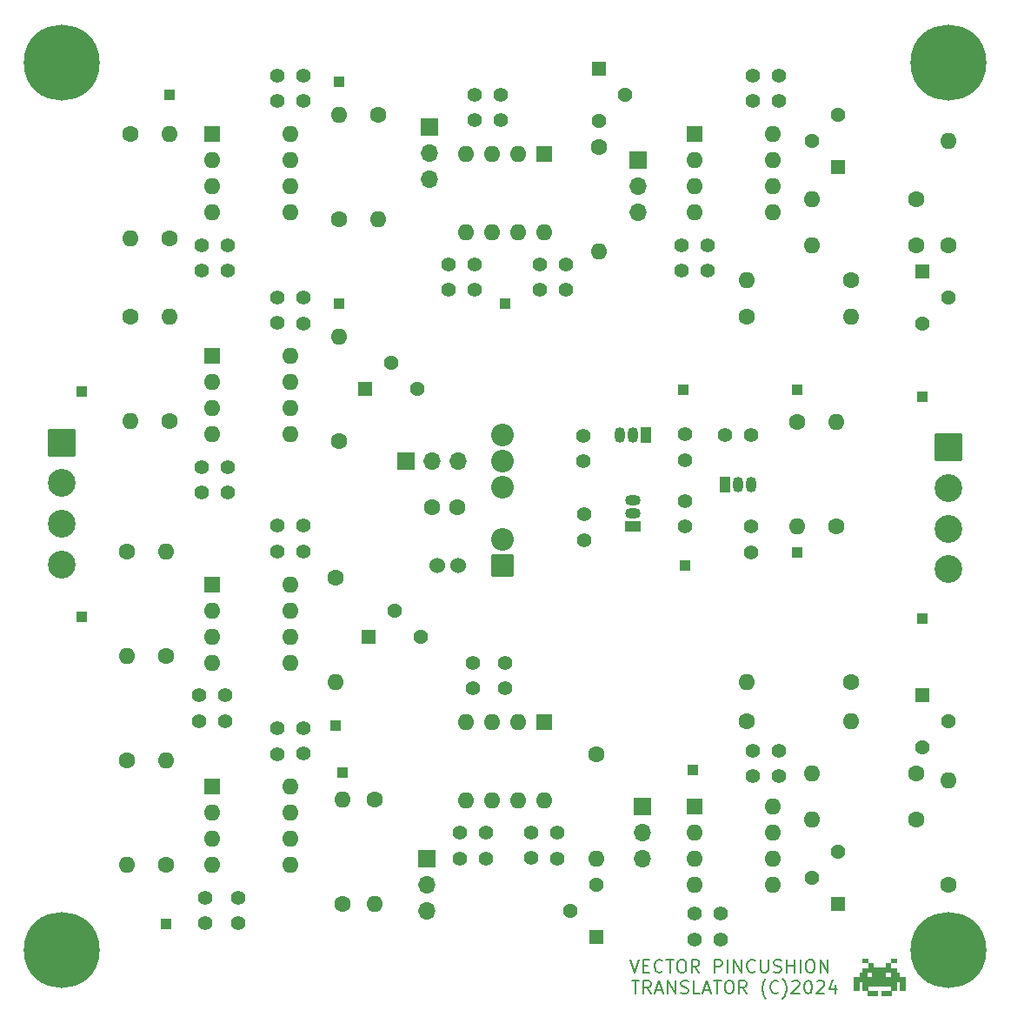
<source format=gbr>
%TF.GenerationSoftware,KiCad,Pcbnew,8.0.3*%
%TF.CreationDate,2024-07-03T16:07:31-06:00*%
%TF.ProjectId,pincushion2,70696e63-7573-4686-996f-6e322e6b6963,rev?*%
%TF.SameCoordinates,Original*%
%TF.FileFunction,Soldermask,Top*%
%TF.FilePolarity,Negative*%
%FSLAX46Y46*%
G04 Gerber Fmt 4.6, Leading zero omitted, Abs format (unit mm)*
G04 Created by KiCad (PCBNEW 8.0.3) date 2024-07-03 16:07:31*
%MOMM*%
%LPD*%
G01*
G04 APERTURE LIST*
G04 Aperture macros list*
%AMRoundRect*
0 Rectangle with rounded corners*
0 $1 Rounding radius*
0 $2 $3 $4 $5 $6 $7 $8 $9 X,Y pos of 4 corners*
0 Add a 4 corners polygon primitive as box body*
4,1,4,$2,$3,$4,$5,$6,$7,$8,$9,$2,$3,0*
0 Add four circle primitives for the rounded corners*
1,1,$1+$1,$2,$3*
1,1,$1+$1,$4,$5*
1,1,$1+$1,$6,$7*
1,1,$1+$1,$8,$9*
0 Add four rect primitives between the rounded corners*
20,1,$1+$1,$2,$3,$4,$5,0*
20,1,$1+$1,$4,$5,$6,$7,0*
20,1,$1+$1,$6,$7,$8,$9,0*
20,1,$1+$1,$8,$9,$2,$3,0*%
G04 Aperture macros list end*
%ADD10C,0.203200*%
%ADD11C,0.000000*%
%ADD12C,1.400000*%
%ADD13RoundRect,0.102000X0.611000X-0.611000X0.611000X0.611000X-0.611000X0.611000X-0.611000X-0.611000X0*%
%ADD14C,1.426000*%
%ADD15R,1.000000X1.000000*%
%ADD16RoundRect,0.102000X-1.250000X1.250000X-1.250000X-1.250000X1.250000X-1.250000X1.250000X1.250000X0*%
%ADD17C,2.704000*%
%ADD18C,1.600000*%
%ADD19O,1.600000X1.600000*%
%ADD20C,0.800000*%
%ADD21C,7.400000*%
%ADD22RoundRect,0.102000X-0.611000X0.611000X-0.611000X-0.611000X0.611000X-0.611000X0.611000X0.611000X0*%
%ADD23R,1.600000X1.600000*%
%ADD24R,1.700000X1.700000*%
%ADD25O,1.700000X1.700000*%
%ADD26RoundRect,0.102000X1.000000X-1.000000X1.000000X1.000000X-1.000000X1.000000X-1.000000X-1.000000X0*%
%ADD27C,2.204000*%
%ADD28R,1.050000X1.500000*%
%ADD29O,1.050000X1.500000*%
%ADD30RoundRect,0.102000X-0.611000X-0.611000X0.611000X-0.611000X0.611000X0.611000X-0.611000X0.611000X0*%
%ADD31C,1.524000*%
%ADD32R,1.500000X1.050000*%
%ADD33O,1.500000X1.050000*%
G04 APERTURE END LIST*
D10*
X83281762Y-115251645D02*
X83705095Y-116521645D01*
X83705095Y-116521645D02*
X84128429Y-115251645D01*
X84551761Y-115856407D02*
X84975095Y-115856407D01*
X85156523Y-116521645D02*
X84551761Y-116521645D01*
X84551761Y-116521645D02*
X84551761Y-115251645D01*
X84551761Y-115251645D02*
X85156523Y-115251645D01*
X86426524Y-116400692D02*
X86366048Y-116461169D01*
X86366048Y-116461169D02*
X86184619Y-116521645D01*
X86184619Y-116521645D02*
X86063667Y-116521645D01*
X86063667Y-116521645D02*
X85882238Y-116461169D01*
X85882238Y-116461169D02*
X85761286Y-116340216D01*
X85761286Y-116340216D02*
X85700809Y-116219264D01*
X85700809Y-116219264D02*
X85640333Y-115977359D01*
X85640333Y-115977359D02*
X85640333Y-115795930D01*
X85640333Y-115795930D02*
X85700809Y-115554026D01*
X85700809Y-115554026D02*
X85761286Y-115433073D01*
X85761286Y-115433073D02*
X85882238Y-115312121D01*
X85882238Y-115312121D02*
X86063667Y-115251645D01*
X86063667Y-115251645D02*
X86184619Y-115251645D01*
X86184619Y-115251645D02*
X86366048Y-115312121D01*
X86366048Y-115312121D02*
X86426524Y-115372597D01*
X86789381Y-115251645D02*
X87515095Y-115251645D01*
X87152238Y-116521645D02*
X87152238Y-115251645D01*
X88180333Y-115251645D02*
X88422238Y-115251645D01*
X88422238Y-115251645D02*
X88543190Y-115312121D01*
X88543190Y-115312121D02*
X88664143Y-115433073D01*
X88664143Y-115433073D02*
X88724619Y-115674978D01*
X88724619Y-115674978D02*
X88724619Y-116098311D01*
X88724619Y-116098311D02*
X88664143Y-116340216D01*
X88664143Y-116340216D02*
X88543190Y-116461169D01*
X88543190Y-116461169D02*
X88422238Y-116521645D01*
X88422238Y-116521645D02*
X88180333Y-116521645D01*
X88180333Y-116521645D02*
X88059381Y-116461169D01*
X88059381Y-116461169D02*
X87938428Y-116340216D01*
X87938428Y-116340216D02*
X87877952Y-116098311D01*
X87877952Y-116098311D02*
X87877952Y-115674978D01*
X87877952Y-115674978D02*
X87938428Y-115433073D01*
X87938428Y-115433073D02*
X88059381Y-115312121D01*
X88059381Y-115312121D02*
X88180333Y-115251645D01*
X89994619Y-116521645D02*
X89571285Y-115916883D01*
X89268904Y-116521645D02*
X89268904Y-115251645D01*
X89268904Y-115251645D02*
X89752714Y-115251645D01*
X89752714Y-115251645D02*
X89873666Y-115312121D01*
X89873666Y-115312121D02*
X89934143Y-115372597D01*
X89934143Y-115372597D02*
X89994619Y-115493549D01*
X89994619Y-115493549D02*
X89994619Y-115674978D01*
X89994619Y-115674978D02*
X89934143Y-115795930D01*
X89934143Y-115795930D02*
X89873666Y-115856407D01*
X89873666Y-115856407D02*
X89752714Y-115916883D01*
X89752714Y-115916883D02*
X89268904Y-115916883D01*
X91506523Y-116521645D02*
X91506523Y-115251645D01*
X91506523Y-115251645D02*
X91990333Y-115251645D01*
X91990333Y-115251645D02*
X92111285Y-115312121D01*
X92111285Y-115312121D02*
X92171762Y-115372597D01*
X92171762Y-115372597D02*
X92232238Y-115493549D01*
X92232238Y-115493549D02*
X92232238Y-115674978D01*
X92232238Y-115674978D02*
X92171762Y-115795930D01*
X92171762Y-115795930D02*
X92111285Y-115856407D01*
X92111285Y-115856407D02*
X91990333Y-115916883D01*
X91990333Y-115916883D02*
X91506523Y-115916883D01*
X92776523Y-116521645D02*
X92776523Y-115251645D01*
X93381285Y-116521645D02*
X93381285Y-115251645D01*
X93381285Y-115251645D02*
X94107000Y-116521645D01*
X94107000Y-116521645D02*
X94107000Y-115251645D01*
X95437476Y-116400692D02*
X95377000Y-116461169D01*
X95377000Y-116461169D02*
X95195571Y-116521645D01*
X95195571Y-116521645D02*
X95074619Y-116521645D01*
X95074619Y-116521645D02*
X94893190Y-116461169D01*
X94893190Y-116461169D02*
X94772238Y-116340216D01*
X94772238Y-116340216D02*
X94711761Y-116219264D01*
X94711761Y-116219264D02*
X94651285Y-115977359D01*
X94651285Y-115977359D02*
X94651285Y-115795930D01*
X94651285Y-115795930D02*
X94711761Y-115554026D01*
X94711761Y-115554026D02*
X94772238Y-115433073D01*
X94772238Y-115433073D02*
X94893190Y-115312121D01*
X94893190Y-115312121D02*
X95074619Y-115251645D01*
X95074619Y-115251645D02*
X95195571Y-115251645D01*
X95195571Y-115251645D02*
X95377000Y-115312121D01*
X95377000Y-115312121D02*
X95437476Y-115372597D01*
X95981761Y-115251645D02*
X95981761Y-116279740D01*
X95981761Y-116279740D02*
X96042238Y-116400692D01*
X96042238Y-116400692D02*
X96102714Y-116461169D01*
X96102714Y-116461169D02*
X96223666Y-116521645D01*
X96223666Y-116521645D02*
X96465571Y-116521645D01*
X96465571Y-116521645D02*
X96586523Y-116461169D01*
X96586523Y-116461169D02*
X96647000Y-116400692D01*
X96647000Y-116400692D02*
X96707476Y-116279740D01*
X96707476Y-116279740D02*
X96707476Y-115251645D01*
X97251761Y-116461169D02*
X97433190Y-116521645D01*
X97433190Y-116521645D02*
X97735571Y-116521645D01*
X97735571Y-116521645D02*
X97856523Y-116461169D01*
X97856523Y-116461169D02*
X97916999Y-116400692D01*
X97916999Y-116400692D02*
X97977476Y-116279740D01*
X97977476Y-116279740D02*
X97977476Y-116158788D01*
X97977476Y-116158788D02*
X97916999Y-116037835D01*
X97916999Y-116037835D02*
X97856523Y-115977359D01*
X97856523Y-115977359D02*
X97735571Y-115916883D01*
X97735571Y-115916883D02*
X97493666Y-115856407D01*
X97493666Y-115856407D02*
X97372714Y-115795930D01*
X97372714Y-115795930D02*
X97312237Y-115735454D01*
X97312237Y-115735454D02*
X97251761Y-115614502D01*
X97251761Y-115614502D02*
X97251761Y-115493549D01*
X97251761Y-115493549D02*
X97312237Y-115372597D01*
X97312237Y-115372597D02*
X97372714Y-115312121D01*
X97372714Y-115312121D02*
X97493666Y-115251645D01*
X97493666Y-115251645D02*
X97796047Y-115251645D01*
X97796047Y-115251645D02*
X97977476Y-115312121D01*
X98521761Y-116521645D02*
X98521761Y-115251645D01*
X98521761Y-115856407D02*
X99247476Y-115856407D01*
X99247476Y-116521645D02*
X99247476Y-115251645D01*
X99852237Y-116521645D02*
X99852237Y-115251645D01*
X100698904Y-115251645D02*
X100940809Y-115251645D01*
X100940809Y-115251645D02*
X101061761Y-115312121D01*
X101061761Y-115312121D02*
X101182714Y-115433073D01*
X101182714Y-115433073D02*
X101243190Y-115674978D01*
X101243190Y-115674978D02*
X101243190Y-116098311D01*
X101243190Y-116098311D02*
X101182714Y-116340216D01*
X101182714Y-116340216D02*
X101061761Y-116461169D01*
X101061761Y-116461169D02*
X100940809Y-116521645D01*
X100940809Y-116521645D02*
X100698904Y-116521645D01*
X100698904Y-116521645D02*
X100577952Y-116461169D01*
X100577952Y-116461169D02*
X100456999Y-116340216D01*
X100456999Y-116340216D02*
X100396523Y-116098311D01*
X100396523Y-116098311D02*
X100396523Y-115674978D01*
X100396523Y-115674978D02*
X100456999Y-115433073D01*
X100456999Y-115433073D02*
X100577952Y-115312121D01*
X100577952Y-115312121D02*
X100698904Y-115251645D01*
X101787475Y-116521645D02*
X101787475Y-115251645D01*
X101787475Y-115251645D02*
X102513190Y-116521645D01*
X102513190Y-116521645D02*
X102513190Y-115251645D01*
X83432952Y-117296274D02*
X84158666Y-117296274D01*
X83795809Y-118566274D02*
X83795809Y-117296274D01*
X85307714Y-118566274D02*
X84884380Y-117961512D01*
X84581999Y-118566274D02*
X84581999Y-117296274D01*
X84581999Y-117296274D02*
X85065809Y-117296274D01*
X85065809Y-117296274D02*
X85186761Y-117356750D01*
X85186761Y-117356750D02*
X85247238Y-117417226D01*
X85247238Y-117417226D02*
X85307714Y-117538178D01*
X85307714Y-117538178D02*
X85307714Y-117719607D01*
X85307714Y-117719607D02*
X85247238Y-117840559D01*
X85247238Y-117840559D02*
X85186761Y-117901036D01*
X85186761Y-117901036D02*
X85065809Y-117961512D01*
X85065809Y-117961512D02*
X84581999Y-117961512D01*
X85791523Y-118203417D02*
X86396285Y-118203417D01*
X85670571Y-118566274D02*
X86093904Y-117296274D01*
X86093904Y-117296274D02*
X86517238Y-118566274D01*
X86940570Y-118566274D02*
X86940570Y-117296274D01*
X86940570Y-117296274D02*
X87666285Y-118566274D01*
X87666285Y-118566274D02*
X87666285Y-117296274D01*
X88210570Y-118505798D02*
X88391999Y-118566274D01*
X88391999Y-118566274D02*
X88694380Y-118566274D01*
X88694380Y-118566274D02*
X88815332Y-118505798D01*
X88815332Y-118505798D02*
X88875808Y-118445321D01*
X88875808Y-118445321D02*
X88936285Y-118324369D01*
X88936285Y-118324369D02*
X88936285Y-118203417D01*
X88936285Y-118203417D02*
X88875808Y-118082464D01*
X88875808Y-118082464D02*
X88815332Y-118021988D01*
X88815332Y-118021988D02*
X88694380Y-117961512D01*
X88694380Y-117961512D02*
X88452475Y-117901036D01*
X88452475Y-117901036D02*
X88331523Y-117840559D01*
X88331523Y-117840559D02*
X88271046Y-117780083D01*
X88271046Y-117780083D02*
X88210570Y-117659131D01*
X88210570Y-117659131D02*
X88210570Y-117538178D01*
X88210570Y-117538178D02*
X88271046Y-117417226D01*
X88271046Y-117417226D02*
X88331523Y-117356750D01*
X88331523Y-117356750D02*
X88452475Y-117296274D01*
X88452475Y-117296274D02*
X88754856Y-117296274D01*
X88754856Y-117296274D02*
X88936285Y-117356750D01*
X90085332Y-118566274D02*
X89480570Y-118566274D01*
X89480570Y-118566274D02*
X89480570Y-117296274D01*
X90448189Y-118203417D02*
X91052951Y-118203417D01*
X90327237Y-118566274D02*
X90750570Y-117296274D01*
X90750570Y-117296274D02*
X91173904Y-118566274D01*
X91415808Y-117296274D02*
X92141522Y-117296274D01*
X91778665Y-118566274D02*
X91778665Y-117296274D01*
X92806760Y-117296274D02*
X93048665Y-117296274D01*
X93048665Y-117296274D02*
X93169617Y-117356750D01*
X93169617Y-117356750D02*
X93290570Y-117477702D01*
X93290570Y-117477702D02*
X93351046Y-117719607D01*
X93351046Y-117719607D02*
X93351046Y-118142940D01*
X93351046Y-118142940D02*
X93290570Y-118384845D01*
X93290570Y-118384845D02*
X93169617Y-118505798D01*
X93169617Y-118505798D02*
X93048665Y-118566274D01*
X93048665Y-118566274D02*
X92806760Y-118566274D01*
X92806760Y-118566274D02*
X92685808Y-118505798D01*
X92685808Y-118505798D02*
X92564855Y-118384845D01*
X92564855Y-118384845D02*
X92504379Y-118142940D01*
X92504379Y-118142940D02*
X92504379Y-117719607D01*
X92504379Y-117719607D02*
X92564855Y-117477702D01*
X92564855Y-117477702D02*
X92685808Y-117356750D01*
X92685808Y-117356750D02*
X92806760Y-117296274D01*
X94621046Y-118566274D02*
X94197712Y-117961512D01*
X93895331Y-118566274D02*
X93895331Y-117296274D01*
X93895331Y-117296274D02*
X94379141Y-117296274D01*
X94379141Y-117296274D02*
X94500093Y-117356750D01*
X94500093Y-117356750D02*
X94560570Y-117417226D01*
X94560570Y-117417226D02*
X94621046Y-117538178D01*
X94621046Y-117538178D02*
X94621046Y-117719607D01*
X94621046Y-117719607D02*
X94560570Y-117840559D01*
X94560570Y-117840559D02*
X94500093Y-117901036D01*
X94500093Y-117901036D02*
X94379141Y-117961512D01*
X94379141Y-117961512D02*
X93895331Y-117961512D01*
X96495808Y-119050083D02*
X96435331Y-118989607D01*
X96435331Y-118989607D02*
X96314379Y-118808178D01*
X96314379Y-118808178D02*
X96253903Y-118687226D01*
X96253903Y-118687226D02*
X96193427Y-118505798D01*
X96193427Y-118505798D02*
X96132950Y-118203417D01*
X96132950Y-118203417D02*
X96132950Y-117961512D01*
X96132950Y-117961512D02*
X96193427Y-117659131D01*
X96193427Y-117659131D02*
X96253903Y-117477702D01*
X96253903Y-117477702D02*
X96314379Y-117356750D01*
X96314379Y-117356750D02*
X96435331Y-117175321D01*
X96435331Y-117175321D02*
X96495808Y-117114845D01*
X97705332Y-118445321D02*
X97644856Y-118505798D01*
X97644856Y-118505798D02*
X97463427Y-118566274D01*
X97463427Y-118566274D02*
X97342475Y-118566274D01*
X97342475Y-118566274D02*
X97161046Y-118505798D01*
X97161046Y-118505798D02*
X97040094Y-118384845D01*
X97040094Y-118384845D02*
X96979617Y-118263893D01*
X96979617Y-118263893D02*
X96919141Y-118021988D01*
X96919141Y-118021988D02*
X96919141Y-117840559D01*
X96919141Y-117840559D02*
X96979617Y-117598655D01*
X96979617Y-117598655D02*
X97040094Y-117477702D01*
X97040094Y-117477702D02*
X97161046Y-117356750D01*
X97161046Y-117356750D02*
X97342475Y-117296274D01*
X97342475Y-117296274D02*
X97463427Y-117296274D01*
X97463427Y-117296274D02*
X97644856Y-117356750D01*
X97644856Y-117356750D02*
X97705332Y-117417226D01*
X98128665Y-119050083D02*
X98189141Y-118989607D01*
X98189141Y-118989607D02*
X98310094Y-118808178D01*
X98310094Y-118808178D02*
X98370570Y-118687226D01*
X98370570Y-118687226D02*
X98431046Y-118505798D01*
X98431046Y-118505798D02*
X98491522Y-118203417D01*
X98491522Y-118203417D02*
X98491522Y-117961512D01*
X98491522Y-117961512D02*
X98431046Y-117659131D01*
X98431046Y-117659131D02*
X98370570Y-117477702D01*
X98370570Y-117477702D02*
X98310094Y-117356750D01*
X98310094Y-117356750D02*
X98189141Y-117175321D01*
X98189141Y-117175321D02*
X98128665Y-117114845D01*
X99035808Y-117417226D02*
X99096284Y-117356750D01*
X99096284Y-117356750D02*
X99217237Y-117296274D01*
X99217237Y-117296274D02*
X99519618Y-117296274D01*
X99519618Y-117296274D02*
X99640570Y-117356750D01*
X99640570Y-117356750D02*
X99701046Y-117417226D01*
X99701046Y-117417226D02*
X99761523Y-117538178D01*
X99761523Y-117538178D02*
X99761523Y-117659131D01*
X99761523Y-117659131D02*
X99701046Y-117840559D01*
X99701046Y-117840559D02*
X98975332Y-118566274D01*
X98975332Y-118566274D02*
X99761523Y-118566274D01*
X100547713Y-117296274D02*
X100668666Y-117296274D01*
X100668666Y-117296274D02*
X100789618Y-117356750D01*
X100789618Y-117356750D02*
X100850094Y-117417226D01*
X100850094Y-117417226D02*
X100910570Y-117538178D01*
X100910570Y-117538178D02*
X100971047Y-117780083D01*
X100971047Y-117780083D02*
X100971047Y-118082464D01*
X100971047Y-118082464D02*
X100910570Y-118324369D01*
X100910570Y-118324369D02*
X100850094Y-118445321D01*
X100850094Y-118445321D02*
X100789618Y-118505798D01*
X100789618Y-118505798D02*
X100668666Y-118566274D01*
X100668666Y-118566274D02*
X100547713Y-118566274D01*
X100547713Y-118566274D02*
X100426761Y-118505798D01*
X100426761Y-118505798D02*
X100366285Y-118445321D01*
X100366285Y-118445321D02*
X100305808Y-118324369D01*
X100305808Y-118324369D02*
X100245332Y-118082464D01*
X100245332Y-118082464D02*
X100245332Y-117780083D01*
X100245332Y-117780083D02*
X100305808Y-117538178D01*
X100305808Y-117538178D02*
X100366285Y-117417226D01*
X100366285Y-117417226D02*
X100426761Y-117356750D01*
X100426761Y-117356750D02*
X100547713Y-117296274D01*
X101454856Y-117417226D02*
X101515332Y-117356750D01*
X101515332Y-117356750D02*
X101636285Y-117296274D01*
X101636285Y-117296274D02*
X101938666Y-117296274D01*
X101938666Y-117296274D02*
X102059618Y-117356750D01*
X102059618Y-117356750D02*
X102120094Y-117417226D01*
X102120094Y-117417226D02*
X102180571Y-117538178D01*
X102180571Y-117538178D02*
X102180571Y-117659131D01*
X102180571Y-117659131D02*
X102120094Y-117840559D01*
X102120094Y-117840559D02*
X101394380Y-118566274D01*
X101394380Y-118566274D02*
X102180571Y-118566274D01*
X103269142Y-117719607D02*
X103269142Y-118566274D01*
X102966761Y-117235798D02*
X102664380Y-118142940D01*
X102664380Y-118142940D02*
X103450571Y-118142940D01*
D11*
%TO.C,G\u002A\u002A\u002A*%
G36*
X106513328Y-115611918D02*
G01*
X105909517Y-115611918D01*
X105909517Y-115157811D01*
X106513328Y-115157811D01*
X106513328Y-115611918D01*
G37*
G36*
X109242955Y-115611918D02*
G01*
X108639143Y-115611918D01*
X108639143Y-115157811D01*
X109242955Y-115157811D01*
X109242955Y-115611918D01*
G37*
G36*
X106968631Y-115837723D02*
G01*
X106969929Y-116063529D01*
X108182542Y-116063529D01*
X108183841Y-115837723D01*
X108185139Y-115611918D01*
X108639143Y-115611918D01*
X108639143Y-116066024D01*
X109242955Y-116066024D01*
X109242955Y-116519983D01*
X109544861Y-116522625D01*
X109546159Y-116748391D01*
X109547457Y-116974158D01*
X109848065Y-116975444D01*
X110148672Y-116976731D01*
X110149937Y-117659177D01*
X110151203Y-118341622D01*
X109850527Y-118340336D01*
X109549851Y-118339049D01*
X109544861Y-117430837D01*
X109405136Y-117429437D01*
X109368254Y-117429167D01*
X109334215Y-117429107D01*
X109304420Y-117429243D01*
X109280270Y-117429564D01*
X109263166Y-117430058D01*
X109254510Y-117430711D01*
X109254183Y-117430780D01*
X109242955Y-117433522D01*
X109242955Y-118341544D01*
X108788950Y-118341544D01*
X108787652Y-118567350D01*
X108786354Y-118793155D01*
X107728436Y-118793155D01*
X107727138Y-118567376D01*
X107725839Y-118341597D01*
X108181244Y-118340323D01*
X108636648Y-118339049D01*
X108637947Y-118113244D01*
X108639245Y-117887438D01*
X106513226Y-117887438D01*
X106514525Y-118113244D01*
X106515823Y-118339049D01*
X106971228Y-118340323D01*
X107426632Y-118341597D01*
X107425334Y-118567376D01*
X107424035Y-118793155D01*
X106897179Y-118794426D01*
X106825500Y-118794567D01*
X106756635Y-118794642D01*
X106691239Y-118794654D01*
X106629967Y-118794604D01*
X106573476Y-118794496D01*
X106522420Y-118794332D01*
X106477457Y-118794114D01*
X106439240Y-118793846D01*
X106408427Y-118793529D01*
X106385673Y-118793166D01*
X106371634Y-118792760D01*
X106366972Y-118792346D01*
X106366280Y-118786814D01*
X106365636Y-118772320D01*
X106365055Y-118749880D01*
X106364553Y-118720514D01*
X106364144Y-118685239D01*
X106363843Y-118645072D01*
X106363666Y-118601031D01*
X106363623Y-118565271D01*
X106363623Y-118341544D01*
X105909517Y-118341544D01*
X105909517Y-117433522D01*
X105898289Y-117430780D01*
X105890492Y-117430112D01*
X105874118Y-117429603D01*
X105850566Y-117429266D01*
X105821239Y-117429111D01*
X105787537Y-117429153D01*
X105750862Y-117429403D01*
X105747336Y-117429437D01*
X105607611Y-117430837D01*
X105602621Y-118339049D01*
X105301945Y-118340336D01*
X105001269Y-118341622D01*
X105002534Y-117659177D01*
X105003800Y-116976731D01*
X105304407Y-116975444D01*
X105586781Y-116974236D01*
X106363521Y-116974236D01*
X106817729Y-116974236D01*
X108184936Y-116974236D01*
X108639143Y-116974236D01*
X108639143Y-116525310D01*
X108627916Y-116522581D01*
X108620662Y-116522035D01*
X108604519Y-116521589D01*
X108580578Y-116521249D01*
X108549931Y-116521023D01*
X108513668Y-116520917D01*
X108472880Y-116520936D01*
X108428659Y-116521089D01*
X108402110Y-116521239D01*
X108187532Y-116522625D01*
X108186234Y-116748430D01*
X108184936Y-116974236D01*
X106817729Y-116974236D01*
X106817729Y-116520028D01*
X106591923Y-116521326D01*
X106366118Y-116522625D01*
X106364819Y-116748430D01*
X106363521Y-116974236D01*
X105586781Y-116974236D01*
X105605014Y-116974158D01*
X105606313Y-116748391D01*
X105607611Y-116522625D01*
X105909517Y-116519983D01*
X105909517Y-116066024D01*
X106513328Y-116066024D01*
X106513328Y-115611918D01*
X106967332Y-115611918D01*
X106968631Y-115837723D01*
G37*
%TD*%
D12*
%TO.C,C36*%
X92543100Y-64208800D03*
X95043100Y-64208800D03*
%TD*%
%TO.C,C7*%
X77022800Y-50099200D03*
X77022800Y-47599200D03*
%TD*%
D13*
%TO.C,VR4*%
X103505000Y-38100000D03*
D14*
X100965000Y-35560000D03*
X103505000Y-33020000D03*
%TD*%
D15*
%TO.C,TP13*%
X88468200Y-59763800D03*
%TD*%
D12*
%TO.C,C30*%
X89525000Y-113312144D03*
X89525000Y-110812144D03*
%TD*%
D16*
%TO.C,J7*%
X114300000Y-65405000D03*
D17*
X114300000Y-69365000D03*
X114300000Y-73325000D03*
X114300000Y-77285000D03*
%TD*%
D18*
%TO.C,R9*%
X34554000Y-52695000D03*
D19*
X34554000Y-62855000D03*
%TD*%
D12*
%TO.C,C11*%
X44079000Y-69820000D03*
X44079000Y-67320000D03*
%TD*%
D20*
%TO.C,H1*%
X25165000Y-27940000D03*
X25977779Y-25977779D03*
X25977779Y-29902221D03*
X27940000Y-25165000D03*
D21*
X27940000Y-27940000D03*
D20*
X27940000Y-30715000D03*
X29902221Y-25977779D03*
X29902221Y-29902221D03*
X30715000Y-27940000D03*
%TD*%
%TO.C,H3*%
X25165000Y-114300000D03*
X25977779Y-112337779D03*
X25977779Y-116262221D03*
X27940000Y-111525000D03*
D21*
X27940000Y-114300000D03*
D20*
X27940000Y-117075000D03*
X29902221Y-112337779D03*
X29902221Y-116262221D03*
X30715000Y-114300000D03*
%TD*%
D18*
%TO.C,R15*%
X58420000Y-99695000D03*
D19*
X58420000Y-109855000D03*
%TD*%
D18*
%TO.C,R21*%
X54610000Y-78105000D03*
D19*
X54610000Y-88265000D03*
%TD*%
D12*
%TO.C,C38*%
X68132800Y-31089200D03*
X68132800Y-33589200D03*
%TD*%
%TO.C,C34*%
X78740000Y-64256600D03*
X78740000Y-66756600D03*
%TD*%
%TO.C,C23*%
X76200000Y-102930000D03*
X76200000Y-105430000D03*
%TD*%
D15*
%TO.C,TP2*%
X54874000Y-29835000D03*
%TD*%
D18*
%TO.C,R7*%
X94615000Y-52705000D03*
D19*
X104775000Y-52705000D03*
%TD*%
D12*
%TO.C,C43*%
X88620600Y-70632000D03*
X88620600Y-73132000D03*
%TD*%
D22*
%TO.C,VR1*%
X111760000Y-48260000D03*
D14*
X114300000Y-50800000D03*
X111760000Y-53340000D03*
%TD*%
D18*
%TO.C,R28*%
X103318100Y-73098800D03*
D19*
X103318100Y-62938800D03*
%TD*%
%TO.C,IC1*%
X74920000Y-44460000D03*
X72380000Y-44460000D03*
X69840000Y-44460000D03*
X67300000Y-44460000D03*
X67300000Y-36840000D03*
X69840000Y-36840000D03*
X72380000Y-36840000D03*
D23*
X74920000Y-36840000D03*
%TD*%
D12*
%TO.C,C22*%
X97790000Y-97417144D03*
X97790000Y-94917144D03*
%TD*%
D24*
%TO.C,J3*%
X63500000Y-105410000D03*
D25*
X63500000Y-107950000D03*
X63500000Y-110490000D03*
%TD*%
D12*
%TO.C,C24*%
X73660000Y-102890000D03*
X73660000Y-105390000D03*
%TD*%
D15*
%TO.C,TP14*%
X99508100Y-75638800D03*
%TD*%
D12*
%TO.C,C4*%
X51435000Y-53350000D03*
X51435000Y-50850000D03*
%TD*%
D18*
%TO.C,R22*%
X34290000Y-75565000D03*
D19*
X34290000Y-85725000D03*
%TD*%
D12*
%TO.C,C39*%
X70672800Y-31089200D03*
X70672800Y-33589200D03*
%TD*%
D18*
%TO.C,R2*%
X58684000Y-33010000D03*
D19*
X58684000Y-43170000D03*
%TD*%
D18*
%TO.C,R19*%
X55245000Y-109855000D03*
D19*
X55245000Y-99695000D03*
%TD*%
D15*
%TO.C,TP1*%
X38364000Y-31105000D03*
%TD*%
D23*
%TO.C,U4*%
X42545000Y-98435000D03*
D19*
X42545000Y-100975000D03*
X42545000Y-103515000D03*
X42545000Y-106055000D03*
X50165000Y-106055000D03*
X50165000Y-103515000D03*
X50165000Y-100975000D03*
X50165000Y-98435000D03*
%TD*%
D18*
%TO.C,R25*%
X111125000Y-97155000D03*
D19*
X100965000Y-97155000D03*
%TD*%
D23*
%TO.C,U5*%
X42555000Y-78750000D03*
D19*
X42555000Y-81290000D03*
X42555000Y-83830000D03*
X42555000Y-86370000D03*
X50175000Y-86370000D03*
X50175000Y-83830000D03*
X50175000Y-81290000D03*
X50175000Y-78750000D03*
%TD*%
D15*
%TO.C,TP7*%
X38100000Y-111760000D03*
%TD*%
D12*
%TO.C,C14*%
X88265000Y-48240000D03*
X88265000Y-45740000D03*
%TD*%
%TO.C,C12*%
X41539000Y-69820000D03*
X41539000Y-67320000D03*
%TD*%
D15*
%TO.C,TP12*%
X111760000Y-82072000D03*
%TD*%
%TO.C,TP10*%
X54610000Y-92456000D03*
%TD*%
D23*
%TO.C,IC2*%
X74920000Y-92125000D03*
D19*
X72380000Y-92125000D03*
X69840000Y-92125000D03*
X67300000Y-92125000D03*
X67300000Y-99745000D03*
X69840000Y-99745000D03*
X72380000Y-99745000D03*
X74920000Y-99745000D03*
%TD*%
D26*
%TO.C,PS1*%
X70866000Y-76936600D03*
D27*
X70866000Y-74396600D03*
X70866000Y-69316600D03*
X70866000Y-66776600D03*
X70866000Y-64236600D03*
%TD*%
D12*
%TO.C,C6*%
X97790000Y-31730000D03*
X97790000Y-29230000D03*
%TD*%
%TO.C,C40*%
X67945000Y-88860000D03*
X67945000Y-86360000D03*
%TD*%
D18*
%TO.C,R20*%
X94615000Y-92075000D03*
D19*
X104775000Y-92075000D03*
%TD*%
D18*
%TO.C,R17*%
X104775000Y-88265000D03*
D19*
X94615000Y-88265000D03*
%TD*%
D13*
%TO.C,VR7*%
X80010000Y-113030000D03*
D14*
X77470000Y-110490000D03*
X80010000Y-107950000D03*
%TD*%
D12*
%TO.C,C25*%
X45085000Y-111740000D03*
X45085000Y-109240000D03*
%TD*%
D18*
%TO.C,R10*%
X38364000Y-62855000D03*
D19*
X38364000Y-52695000D03*
%TD*%
D28*
%TO.C,U8*%
X92523100Y-69013800D03*
D29*
X93793100Y-69013800D03*
X95063100Y-69013800D03*
%TD*%
D12*
%TO.C,C20*%
X51435000Y-75545000D03*
X51435000Y-73045000D03*
%TD*%
D15*
%TO.C,TP8*%
X55245000Y-97028000D03*
%TD*%
D12*
%TO.C,C27*%
X43815000Y-92055000D03*
X43815000Y-89555000D03*
%TD*%
D18*
%TO.C,R6*%
X54874000Y-43170000D03*
D19*
X54874000Y-33010000D03*
%TD*%
D12*
%TO.C,C16*%
X68132800Y-47599200D03*
X68132800Y-50099200D03*
%TD*%
D18*
%TO.C,C33*%
X63968100Y-71193800D03*
X66468100Y-71193800D03*
%TD*%
D20*
%TO.C,H4*%
X111525000Y-114300000D03*
X112337779Y-112337779D03*
X112337779Y-116262221D03*
X114300000Y-111525000D03*
D21*
X114300000Y-114300000D03*
D20*
X114300000Y-117075000D03*
X116262221Y-112337779D03*
X116262221Y-116262221D03*
X117075000Y-114300000D03*
%TD*%
D12*
%TO.C,C5*%
X95250000Y-31730000D03*
X95250000Y-29230000D03*
%TD*%
D19*
%TO.C,R11*%
X80197800Y-46309200D03*
D18*
X80197800Y-36149200D03*
%TD*%
%TO.C,R3*%
X114300000Y-45720000D03*
D19*
X114300000Y-35560000D03*
%TD*%
D15*
%TO.C,TP16*%
X88646000Y-76936600D03*
%TD*%
%TO.C,TP5*%
X29845000Y-81915000D03*
%TD*%
D12*
%TO.C,C37*%
X95063100Y-73118800D03*
X95063100Y-75618800D03*
%TD*%
%TO.C,C1*%
X48895000Y-31720000D03*
X48895000Y-29220000D03*
%TD*%
D18*
%TO.C,R13*%
X111125000Y-41275000D03*
D19*
X100965000Y-41275000D03*
%TD*%
D23*
%TO.C,U3*%
X89545000Y-34935000D03*
D19*
X89545000Y-37475000D03*
X89545000Y-40015000D03*
X89545000Y-42555000D03*
X97165000Y-42555000D03*
X97165000Y-40015000D03*
X97165000Y-37475000D03*
X97165000Y-34935000D03*
%TD*%
D18*
%TO.C,R1*%
X34554000Y-34915000D03*
D19*
X34554000Y-45075000D03*
%TD*%
D12*
%TO.C,C2*%
X51435000Y-31720000D03*
X51435000Y-29220000D03*
%TD*%
D18*
%TO.C,R4*%
X104775000Y-49149000D03*
D19*
X94615000Y-49149000D03*
%TD*%
D12*
%TO.C,C21*%
X95250000Y-97417144D03*
X95250000Y-94917144D03*
%TD*%
%TO.C,C19*%
X48895000Y-75545000D03*
X48895000Y-73045000D03*
%TD*%
D18*
%TO.C,R18*%
X38100000Y-106045000D03*
D19*
X38100000Y-95885000D03*
%TD*%
D15*
%TO.C,TP6*%
X111760000Y-60452000D03*
%TD*%
%TO.C,TP15*%
X99508100Y-59763800D03*
%TD*%
D18*
%TO.C,R8*%
X54874000Y-64760000D03*
D19*
X54874000Y-54600000D03*
%TD*%
D18*
%TO.C,R23*%
X38100000Y-85725000D03*
D19*
X38100000Y-75565000D03*
%TD*%
D30*
%TO.C,VR6*%
X57785000Y-83820000D03*
D14*
X60325000Y-81280000D03*
X62865000Y-83820000D03*
%TD*%
D12*
%TO.C,C15*%
X65592800Y-47599200D03*
X65592800Y-50099200D03*
%TD*%
D30*
%TO.C,VR2*%
X57414000Y-59680000D03*
D14*
X59954000Y-57140000D03*
X62494000Y-59680000D03*
%TD*%
D24*
%TO.C,J5*%
X61423100Y-66748800D03*
D25*
X63963100Y-66748800D03*
X66503100Y-66748800D03*
%TD*%
D23*
%TO.C,U2*%
X42555000Y-56525000D03*
D19*
X42555000Y-59065000D03*
X42555000Y-61605000D03*
X42555000Y-64145000D03*
X50175000Y-64145000D03*
X50175000Y-61605000D03*
X50175000Y-59065000D03*
X50175000Y-56525000D03*
%TD*%
D15*
%TO.C,TP3*%
X71069200Y-51404200D03*
%TD*%
D23*
%TO.C,U1*%
X42555000Y-34935000D03*
D19*
X42555000Y-37475000D03*
X42555000Y-40015000D03*
X42555000Y-42555000D03*
X50175000Y-42555000D03*
X50175000Y-40015000D03*
X50175000Y-37475000D03*
X50175000Y-34935000D03*
%TD*%
D12*
%TO.C,C9*%
X44079000Y-48230000D03*
X44079000Y-45730000D03*
%TD*%
%TO.C,C32*%
X69215000Y-105430000D03*
X69215000Y-102930000D03*
%TD*%
D18*
%TO.C,R26*%
X111125000Y-101600000D03*
D19*
X100965000Y-101600000D03*
%TD*%
D13*
%TO.C,VR8*%
X103495000Y-109855000D03*
D14*
X100955000Y-107315000D03*
X103495000Y-104775000D03*
%TD*%
D12*
%TO.C,C35*%
X88595200Y-64155000D03*
X88595200Y-66655000D03*
%TD*%
D15*
%TO.C,TP9*%
X89408000Y-96774000D03*
%TD*%
D12*
%TO.C,C41*%
X71120000Y-88880000D03*
X71120000Y-86380000D03*
%TD*%
D25*
%TO.C,J2*%
X63687800Y-39339200D03*
X63687800Y-36799200D03*
D24*
X63687800Y-34259200D03*
%TD*%
D12*
%TO.C,C17*%
X48895000Y-95250000D03*
X48895000Y-92750000D03*
%TD*%
D28*
%TO.C,U7*%
X84836000Y-64236600D03*
D29*
X83566000Y-64236600D03*
X82296000Y-64236600D03*
%TD*%
D12*
%TO.C,C29*%
X92065000Y-113312144D03*
X92065000Y-110812144D03*
%TD*%
D22*
%TO.C,VR5*%
X111760000Y-89535000D03*
D14*
X114300000Y-92075000D03*
X111760000Y-94615000D03*
%TD*%
%TO.C,VR3*%
X80197800Y-33609200D03*
X82737800Y-31069200D03*
D22*
X80197800Y-28529200D03*
%TD*%
D12*
%TO.C,C42*%
X78790800Y-71927400D03*
X78790800Y-74427400D03*
%TD*%
D31*
%TO.C,L1*%
X64516000Y-76936600D03*
X66516000Y-76936600D03*
%TD*%
D12*
%TO.C,C8*%
X74482800Y-50099200D03*
X74482800Y-47599200D03*
%TD*%
D15*
%TO.C,TP4*%
X54874000Y-51425000D03*
%TD*%
D16*
%TO.C,J6*%
X27940000Y-64932500D03*
D17*
X27940000Y-68892500D03*
X27940000Y-72852500D03*
X27940000Y-76812500D03*
%TD*%
D18*
%TO.C,R16*%
X114300000Y-107950000D03*
D19*
X114300000Y-97790000D03*
%TD*%
D24*
%TO.C,J4*%
X84455000Y-100330000D03*
D25*
X84455000Y-102870000D03*
X84455000Y-105410000D03*
%TD*%
D18*
%TO.C,R5*%
X38364000Y-45075000D03*
D19*
X38364000Y-34915000D03*
%TD*%
D12*
%TO.C,C26*%
X41910000Y-111740000D03*
X41910000Y-109240000D03*
%TD*%
D20*
%TO.C,H2*%
X111525000Y-27940000D03*
X112337779Y-25977779D03*
X112337779Y-29902221D03*
X114300000Y-25165000D03*
D21*
X114300000Y-27940000D03*
D20*
X114300000Y-30715000D03*
X116262221Y-25977779D03*
X116262221Y-29902221D03*
X117075000Y-27940000D03*
%TD*%
D18*
%TO.C,R24*%
X80010000Y-95250000D03*
D19*
X80010000Y-105410000D03*
%TD*%
D18*
%TO.C,R27*%
X99508100Y-62938800D03*
D19*
X99508100Y-73098800D03*
%TD*%
D12*
%TO.C,C10*%
X41539000Y-48230000D03*
X41539000Y-45730000D03*
%TD*%
%TO.C,C18*%
X51435000Y-95230000D03*
X51435000Y-92730000D03*
%TD*%
D15*
%TO.C,TP11*%
X29845000Y-59944000D03*
%TD*%
D12*
%TO.C,C31*%
X66675000Y-105430000D03*
X66675000Y-102930000D03*
%TD*%
D23*
%TO.C,U6*%
X89535000Y-100340000D03*
D19*
X89535000Y-102880000D03*
X89535000Y-105420000D03*
X89535000Y-107960000D03*
X97155000Y-107960000D03*
X97155000Y-105420000D03*
X97155000Y-102880000D03*
X97155000Y-100340000D03*
%TD*%
D25*
%TO.C,J1*%
X84007800Y-42514200D03*
X84007800Y-39974200D03*
D24*
X84007800Y-37434200D03*
%TD*%
D12*
%TO.C,C28*%
X41275000Y-92055000D03*
X41275000Y-89555000D03*
%TD*%
%TO.C,C3*%
X48895000Y-53310000D03*
X48895000Y-50810000D03*
%TD*%
D18*
%TO.C,R14*%
X34290000Y-95885000D03*
D19*
X34290000Y-106045000D03*
%TD*%
D18*
%TO.C,R12*%
X111125000Y-45720000D03*
D19*
X100965000Y-45720000D03*
%TD*%
D12*
%TO.C,C13*%
X90805000Y-48240000D03*
X90805000Y-45740000D03*
%TD*%
D32*
%TO.C,U9*%
X83566000Y-73126600D03*
D33*
X83566000Y-71856600D03*
X83566000Y-70586600D03*
%TD*%
M02*

</source>
